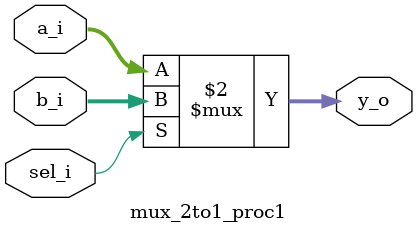
<source format=sv>
module mux_2to1_proc1 #(
) (
    input  logic       sel_i,
    input  logic [7:0] a_i,
    input  logic [7:0] b_i,
    output logic [7:0] y_o
);

  // Procedural 1
  always_comb begin
    y_o = sel_i ? b_i : a_i;
  end

endmodule : mux_2to1_proc1

</source>
